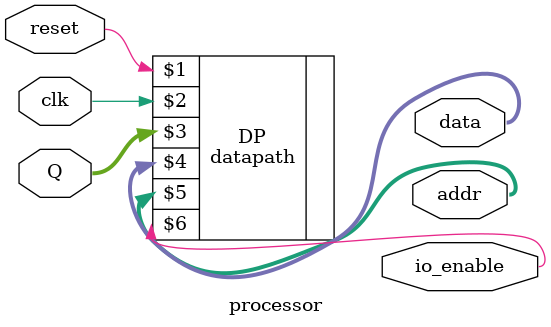
<source format=v>



//deal data in datapath file
module processor(clk, reset, Q, data, addr, io_enable);

input clk, reset;
input [7:0] Q;

//My add additional variables here


output[7:0] data, addr;
output io_enable;

//pass to datapah, may do something else in processor file



//************************************************************

datapath DP(reset, clk, Q, data, addr, io_enable);

//**********************************************************

endmodule

</source>
